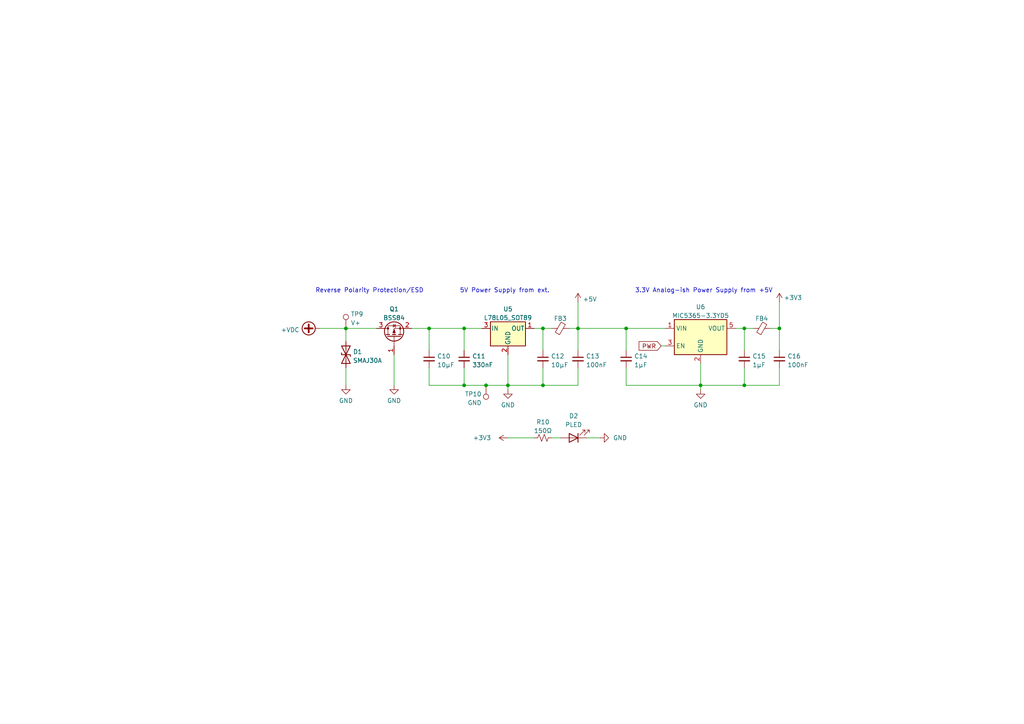
<source format=kicad_sch>
(kicad_sch (version 20211123) (generator eeschema)
  (paper "A4")
  (lib_symbols
    (symbol "Connector:TestPoint" (pin_numbers hide) (pin_names (offset 0.762) hide)
      (property "Reference" "TP" (at 0 6.858 0))
      (property "Value" "TestPoint" (at 0 5.08 0))
      (symbol "TestPoint_0_1"
        (circle (center 0 3.302) (radius 0.762))
      )
      (symbol "TestPoint_1_1"
        (pin passive line (at 0 0 90) (length 2.54) (name "1") (number "1"))
      )
    )
    (symbol "Device:C_Small" (pin_numbers hide) (pin_names (offset 0.254) hide)
      (property "Reference" "C" (at 0.254 1.778 0))
      (property "Value" "C_Small" (at 0.254 -2.032 0))
      (symbol "C_Small_0_1"
        (polyline (pts (xy -1.524 -0.508) (xy 1.524 -0.508)) (stroke (width 0.3302)))
        (polyline (pts (xy -1.524 0.508) (xy 1.524 0.508)) (stroke (width 0.3048)))
      )
      (symbol "C_Small_1_1"
        (pin passive line (at 0 2.54 270) (length 2.032) (name "~") (number "1"))
        (pin passive line (at 0 -2.54 90) (length 2.032) (name "~") (number "2"))
      )
    )
    (symbol "Device:D_TVS" (pin_numbers hide) (pin_names (offset 1.016) hide)
      (property "Reference" "D" (at 0 2.54 0))
      (property "Value" "D_TVS" (at 0 -2.54 0))
      (symbol "D_TVS_0_1"
        (polyline (pts (xy 1.27 0) (xy -1.27 0)))
        (polyline (pts (xy 0.508 1.27) (xy 0 1.27) (xy 0 -1.27) (xy -0.508 -1.27)) (stroke (width 0.254)))
        (polyline (pts (xy -2.54 1.27) (xy -2.54 -1.27) (xy 2.54 1.27) (xy 2.54 -1.27) (xy -2.54 1.27)) (stroke (width 0.254)))
      )
      (symbol "D_TVS_1_1"
        (pin passive line (at -3.81 0 0) (length 2.54) (name "A1") (number "1"))
        (pin passive line (at 3.81 0 180) (length 2.54) (name "A2") (number "2"))
      )
    )
    (symbol "Device:FerriteBead_Small" (pin_numbers hide) (pin_names (offset 0))
      (property "Reference" "FB" (at 1.905 1.27 0))
      (property "Value" "FerriteBead_Small" (at 1.905 -1.27 0))
      (symbol "FerriteBead_Small_0_1"
        (polyline (pts (xy 0 -1.27) (xy 0 -0.7874)))
        (polyline (pts (xy 0 0.889) (xy 0 1.2954)))
        (polyline (pts (xy -1.8288 0.2794) (xy -1.1176 1.4986) (xy 1.8288 -0.2032) (xy 1.1176 -1.4224) (xy -1.8288 0.2794)))
      )
      (symbol "FerriteBead_Small_1_1"
        (pin passive line (at 0 2.54 270) (length 1.27) (name "~") (number "1"))
        (pin passive line (at 0 -2.54 90) (length 1.27) (name "~") (number "2"))
      )
    )
    (symbol "Device:LED" (pin_numbers hide) (pin_names (offset 1.016) hide)
      (property "Reference" "D" (at 0 2.54 0))
      (property "Value" "LED" (at 0 -2.54 0))
      (symbol "LED_0_1"
        (polyline (pts (xy -1.27 -1.27) (xy -1.27 1.27)) (stroke (width 0.254)))
        (polyline (pts (xy -1.27 0) (xy 1.27 0)))
        (polyline (pts (xy 1.27 -1.27) (xy 1.27 1.27) (xy -1.27 0) (xy 1.27 -1.27)) (stroke (width 0.254)))
        (polyline (pts (xy -3.048 -0.762) (xy -4.572 -2.286) (xy -3.81 -2.286) (xy -4.572 -2.286) (xy -4.572 -1.524)))
        (polyline (pts (xy -1.778 -0.762) (xy -3.302 -2.286) (xy -2.54 -2.286) (xy -3.302 -2.286) (xy -3.302 -1.524)))
      )
      (symbol "LED_1_1"
        (pin passive line (at -3.81 0 0) (length 2.54) (name "K") (number "1"))
        (pin passive line (at 3.81 0 180) (length 2.54) (name "A") (number "2"))
      )
    )
    (symbol "Device:R_Small_US" (pin_numbers hide) (pin_names (offset 0.254) hide)
      (property "Reference" "R" (at 0.762 0.508 0))
      (property "Value" "R_Small_US" (at 0.762 -1.016 0))
      (symbol "R_Small_US_1_1"
        (polyline (pts (xy 0 0) (xy 1.016 -0.381) (xy 0 -0.762) (xy -1.016 -1.143) (xy 0 -1.524)))
        (polyline (pts (xy 0 1.524) (xy 1.016 1.143) (xy 0 0.762) (xy -1.016 0.381) (xy 0 0)))
        (pin passive line (at 0 2.54 270) (length 1.016) (name "~") (number "1"))
        (pin passive line (at 0 -2.54 90) (length 1.016) (name "~") (number "2"))
      )
    )
    (symbol "Regulator_Linear:L78L05_SOT89" (pin_names (offset 0.254))
      (property "Reference" "U" (at -3.81 3.175 0))
      (property "Value" "L78L05_SOT89" (at -0.635 3.175 0))
      (symbol "L78L05_SOT89_0_1"
        (rectangle (start -5.08 1.905) (end 5.08 -5.08) (stroke (width 0.254)) (fill (type background)))
      )
      (symbol "L78L05_SOT89_1_1"
        (pin power_out line (at 7.62 0 180) (length 2.54) (name "OUT") (number "1"))
        (pin power_in line (at 0 -7.62 90) (length 2.54) (name "GND") (number "2"))
        (pin power_in line (at -7.62 0 0) (length 2.54) (name "IN") (number "3"))
      )
    )
    (symbol "Regulator_Linear:MIC5365-3.3YD5"
      (property "Reference" "U" (at -7.62 6.35 0))
      (property "Value" "MIC5365-3.3YD5" (at 0 6.35 0))
      (symbol "MIC5365-3.3YD5_0_1"
        (rectangle (start -7.62 -5.08) (end 7.62 5.08) (stroke (width 0.254)) (fill (type background)))
      )
      (symbol "MIC5365-3.3YD5_1_1"
        (pin power_in line (at -10.16 2.54 0) (length 2.54) (name "VIN") (number "1"))
        (pin power_in line (at 0 -7.62 90) (length 2.54) (name "GND") (number "2"))
        (pin input line (at -10.16 -2.54 0) (length 2.54) (name "EN") (number "3"))
        (pin no_connect line (at 7.62 -2.54 180) (length 2.54) hide (name "NC") (number "4"))
        (pin power_out line (at 10.16 2.54 180) (length 2.54) (name "VOUT") (number "5"))
      )
    )
    (symbol "Transistor_FET:BSS84" (pin_names hide)
      (property "Reference" "Q" (at 5.08 1.905 0))
      (property "Value" "BSS84" (at 5.08 0 0))
      (symbol "BSS84_0_1"
        (polyline (pts (xy 0.254 0) (xy -2.54 0)))
        (polyline (pts (xy 0.254 1.905) (xy 0.254 -1.905)) (stroke (width 0.254)))
        (polyline (pts (xy 0.762 -1.27) (xy 0.762 -2.286)) (stroke (width 0.254)))
        (polyline (pts (xy 0.762 0.508) (xy 0.762 -0.508)) (stroke (width 0.254)))
        (polyline (pts (xy 0.762 2.286) (xy 0.762 1.27)) (stroke (width 0.254)))
        (polyline (pts (xy 2.54 2.54) (xy 2.54 1.778)))
        (polyline (pts (xy 2.54 -2.54) (xy 2.54 0) (xy 0.762 0)))
        (polyline (pts (xy 0.762 1.778) (xy 3.302 1.778) (xy 3.302 -1.778) (xy 0.762 -1.778)))
        (polyline (pts (xy 2.286 0) (xy 1.27 0.381) (xy 1.27 -0.381) (xy 2.286 0)) (fill (type outline)))
        (polyline (pts (xy 2.794 -0.508) (xy 2.921 -0.381) (xy 3.683 -0.381) (xy 3.81 -0.254)))
        (polyline (pts (xy 3.302 -0.381) (xy 2.921 0.254) (xy 3.683 0.254) (xy 3.302 -0.381)))
        (circle (center 1.651 0) (radius 2.794) (stroke (width 0.254)))
        (circle (center 2.54 -1.778) (radius 0.254) (fill (type outline)))
        (circle (center 2.54 1.778) (radius 0.254) (fill (type outline)))
      )
      (symbol "BSS84_1_1"
        (pin input line (at -5.08 0 0) (length 2.54) (name "G") (number "1"))
        (pin passive line (at 2.54 -5.08 90) (length 2.54) (name "S") (number "2"))
        (pin passive line (at 2.54 5.08 270) (length 2.54) (name "D") (number "3"))
      )
    )
    (symbol "power:+3.3V" (power) (pin_names (offset 0))
      (property "Value" "+3.3V" (at 0 3.556 0))
      (symbol "+3.3V_0_1"
        (polyline (pts (xy -0.762 1.27) (xy 0 2.54)))
        (polyline (pts (xy 0 0) (xy 0 2.54)))
        (polyline (pts (xy 0 2.54) (xy 0.762 1.27)))
      )
      (symbol "+3.3V_1_1"
        (pin power_in line (at 0 0 90) (length 0) hide (name "+3V3") (number "1"))
      )
    )
    (symbol "power:+5V" (power) (pin_names (offset 0))
      (property "Value" "+5V" (at 0 3.556 0))
      (symbol "+5V_0_1"
        (polyline (pts (xy -0.762 1.27) (xy 0 2.54)))
        (polyline (pts (xy 0 0) (xy 0 2.54)))
        (polyline (pts (xy 0 2.54) (xy 0.762 1.27)))
      )
      (symbol "+5V_1_1"
        (pin power_in line (at 0 0 90) (length 0) hide (name "+5V") (number "1"))
      )
    )
    (symbol "power:+VDC" (power) (pin_names (offset 0))
      (property "Value" "+VDC" (at 0 6.35 0))
      (symbol "+VDC_0_1"
        (polyline (pts (xy -1.143 3.175) (xy 1.143 3.175)) (stroke (width 0.508)))
        (polyline (pts (xy 0 0) (xy 0 1.27)))
        (polyline (pts (xy 0 2.032) (xy 0 4.318)) (stroke (width 0.508)))
        (circle (center 0 3.175) (radius 1.905) (stroke (width 0.254)))
      )
      (symbol "+VDC_1_1"
        (pin power_in line (at 0 0 90) (length 0) hide (name "+VDC") (number "1"))
      )
    )
    (symbol "power:GND" (power) (pin_names (offset 0))
      (property "Value" "GND" (at 0 -3.81 0))
      (symbol "GND_0_1"
        (polyline (pts (xy 0 0) (xy 0 -1.27) (xy 1.27 -1.27) (xy 0 -2.54) (xy -1.27 -1.27) (xy 0 -1.27)))
      )
      (symbol "GND_1_1"
        (pin power_in line (at 0 0 270) (length 0) hide (name "GND") (number "1"))
      )
    )
  )
  (junction (at 167.64 95.25))
  (junction (at 134.62 95.25))
  (junction (at 215.9 111.76))
  (junction (at 226.06 95.25))
  (junction (at 157.48 95.25))
  (junction (at 100.33 95.25))
  (junction (at 181.61 95.25))
  (junction (at 140.97 111.76))
  (junction (at 215.9 95.25))
  (junction (at 157.48 111.76))
  (junction (at 134.62 111.76))
  (junction (at 147.32 111.76))
  (junction (at 203.2 111.76))
  (junction (at 124.46 95.25))
  (wire (pts (xy 215.9 95.25) (xy 218.44 95.25)))
  (wire (pts (xy 157.48 106.68) (xy 157.48 111.76)))
  (wire (pts (xy 134.62 95.25) (xy 139.7 95.25)))
  (wire (pts (xy 181.61 95.25) (xy 193.04 95.25)))
  (wire (pts (xy 157.48 111.76) (xy 167.64 111.76)))
  (wire (pts (xy 100.33 95.25) (xy 109.22 95.25)))
  (wire (pts (xy 124.46 95.25) (xy 134.62 95.25)))
  (wire (pts (xy 147.32 102.87) (xy 147.32 111.76)))
  (wire (pts (xy 119.38 95.25) (xy 124.46 95.25)))
  (wire (pts (xy 167.64 106.68) (xy 167.64 111.76)))
  (wire (pts (xy 167.64 95.25) (xy 181.61 95.25)))
  (wire (pts (xy 203.2 113.03) (xy 203.2 111.76)))
  (wire (pts (xy 165.1 95.25) (xy 167.64 95.25)))
  (wire (pts (xy 203.2 105.41) (xy 203.2 111.76)))
  (wire (pts (xy 226.06 87.63) (xy 226.06 95.25)))
  (wire (pts (xy 124.46 111.76) (xy 134.62 111.76)))
  (wire (pts (xy 134.62 111.76) (xy 140.97 111.76)))
  (wire (pts (xy 223.52 95.25) (xy 226.06 95.25)))
  (wire (pts (xy 114.3 102.87) (xy 114.3 111.76)))
  (wire (pts (xy 215.9 111.76) (xy 226.06 111.76)))
  (wire (pts (xy 167.64 87.63) (xy 167.64 95.25)))
  (wire (pts (xy 147.32 111.76) (xy 157.48 111.76)))
  (wire (pts (xy 124.46 95.25) (xy 124.46 101.6)))
  (wire (pts (xy 147.32 113.03) (xy 147.32 111.76)))
  (wire (pts (xy 100.33 99.06) (xy 100.33 95.25)))
  (wire (pts (xy 191.77 100.33) (xy 193.04 100.33)))
  (wire (pts (xy 213.36 95.25) (xy 215.9 95.25)))
  (wire (pts (xy 124.46 106.68) (xy 124.46 111.76)))
  (wire (pts (xy 140.97 111.76) (xy 147.32 111.76)))
  (wire (pts (xy 181.61 101.6) (xy 181.61 95.25)))
  (wire (pts (xy 100.33 106.68) (xy 100.33 111.76)))
  (wire (pts (xy 157.48 95.25) (xy 157.48 101.6)))
  (wire (pts (xy 134.62 106.68) (xy 134.62 111.76)))
  (wire (pts (xy 134.62 101.6) (xy 134.62 95.25)))
  (wire (pts (xy 181.61 111.76) (xy 203.2 111.76)))
  (wire (pts (xy 160.02 127) (xy 162.56 127)))
  (wire (pts (xy 226.06 106.68) (xy 226.06 111.76)))
  (wire (pts (xy 215.9 95.25) (xy 215.9 101.6)))
  (wire (pts (xy 154.94 95.25) (xy 157.48 95.25)))
  (wire (pts (xy 157.48 95.25) (xy 160.02 95.25)))
  (wire (pts (xy 92.71 95.25) (xy 100.33 95.25)))
  (wire (pts (xy 215.9 106.68) (xy 215.9 111.76)))
  (wire (pts (xy 170.18 127) (xy 173.99 127)))
  (wire (pts (xy 203.2 111.76) (xy 215.9 111.76)))
  (wire (pts (xy 147.32 127) (xy 154.94 127)))
  (wire (pts (xy 181.61 106.68) (xy 181.61 111.76)))
  (wire (pts (xy 167.64 101.6) (xy 167.64 95.25)))
  (wire (pts (xy 226.06 95.25) (xy 226.06 101.6)))
  (text "Reverse Polarity Protection/ESD" (at 91.44 85.09 0) (effects (font (size 1.27 1.27)) (justify left bottom)))
  (text "5V Power Supply from ext." (at 133.35 85.09 0) (effects (font (size 1.27 1.27)) (justify left bottom)))
  (text "3.3V Analog-ish Power Supply from +5V\n" (at 184.15 85.09 0) (effects (font (size 1.27 1.27)) (justify left bottom)))
  (global_label "PWR" (shape input) (at 191.77 100.33 180) (property "Intersheet References" "${INTERSHEET_REFS}" (effects hide)))
  (symbol (lib_id "power:GND") (at 203.2 113.03 0) (unit 1)
    (property "Reference" "#PWR033" (effects hide))
    (property "Value" "GND" (at 203.2 117.4734 0))
  )
  (symbol (lib_id "power:+3.3V") (at 226.06 87.63 0) (unit 1)
    (property "Reference" "#PWR034" (effects hide))
    (property "Value" "+3.3V" (at 227.33 86.36 0) (effects (justify left)))
  )
  (symbol (lib_id "power:+VDC") (at 92.71 95.25 90) (unit 1)
    (property "Reference" "#PWR026" (effects hide))
    (property "Value" "+VDC" (at 86.868 95.6838 90) (effects (justify left)))
  )
  (symbol (lib_id "Device:FerriteBead_Small") (at 220.98 95.25 90) (unit 1)
    (property "Reference" "FB4" (at 220.9419 92.3854 90))
    (property "Value" "FerriteBead_Small" (effects hide))
    (property "Footprint" "Inductor_SMD:L_0603_1608Metric_Pad1.05x0.95mm_HandSolder" (effects hide))
  )
  (symbol (lib_id "power:GND") (at 100.33 111.76 0) (unit 1)
    (property "Reference" "#PWR027" (effects hide))
    (property "Value" "GND" (at 100.33 116.2034 0))
  )
  (symbol (lib_id "Device:C_Small") (at 157.48 104.14 0) (unit 1)
    (property "Reference" "C12" (at 159.8041 103.3116 0) (effects (justify left)))
    (property "Value" "10μF" (at 159.8041 105.8485 0) (effects (justify left)))
    (property "Footprint" "Capacitor_SMD:C_0805_2012Metric_Pad1.18x1.45mm_HandSolder" (effects hide))
  )
  (symbol (lib_id "Device:LED") (at 166.37 127 180) (unit 1)
    (property "Reference" "D2" (at 166.37 120.65 0))
    (property "Value" "PLED" (at 166.37 123.19 0))
    (property "Footprint" "LED_SMD:LED_0603_1608Metric_Pad1.05x0.95mm_HandSolder" (effects hide))
  )
  (symbol (lib_id "Device:C_Small") (at 215.9 104.14 0) (unit 1)
    (property "Reference" "C15" (at 218.2241 103.3116 0) (effects (justify left)))
    (property "Value" "1μF" (at 218.2241 105.8485 0) (effects (justify left)))
    (property "Footprint" "Capacitor_SMD:C_0603_1608Metric_Pad1.08x0.95mm_HandSolder" (effects hide))
  )
  (symbol (lib_id "Device:C_Small") (at 226.06 104.14 0) (unit 1)
    (property "Reference" "C16" (at 228.3841 103.3116 0) (effects (justify left)))
    (property "Value" "100nF" (at 228.3841 105.8485 0) (effects (justify left)))
    (property "Footprint" "Capacitor_SMD:C_0603_1608Metric_Pad1.08x0.95mm_HandSolder" (effects hide))
  )
  (symbol (lib_id "Device:C_Small") (at 134.62 104.14 0) (unit 1)
    (property "Reference" "C11" (at 136.9441 103.3116 0) (effects (justify left)))
    (property "Value" "330nF" (at 136.9441 105.8485 0) (effects (justify left)))
    (property "Footprint" "Capacitor_SMD:C_0805_2012Metric_Pad1.18x1.45mm_HandSolder" (effects hide))
  )
  (symbol (lib_id "Connector:TestPoint") (at 140.97 111.76 180) (unit 1)
    (property "Reference" "TP10" (at 139.7 114.3 0) (effects (justify left)))
    (property "Value" "GND" (at 139.7 116.84 0) (effects (justify left)))
    (property "Footprint" "TestPoint:TestPoint_Pad_1.5x1.5mm" (effects hide))
  )
  (symbol (lib_id "power:GND") (at 173.99 127 90) (unit 1)
    (property "Reference" "#PWR032" (effects hide))
    (property "Value" "GND" (at 177.8 127 90) (effects (justify right)))
  )
  (symbol (lib_id "Connector:TestPoint") (at 100.33 95.25 0) (unit 1)
    (property "Reference" "TP9" (at 101.727 91.1133 0) (effects (justify left)))
    (property "Value" "V+" (at 101.727 93.6502 0) (effects (justify left)))
    (property "Footprint" "TestPoint:TestPoint_Pad_1.5x1.5mm" (effects hide))
  )
  (symbol (lib_id "Device:C_Small") (at 167.64 104.14 0) (unit 1)
    (property "Reference" "C13" (at 169.9641 103.3116 0) (effects (justify left)))
    (property "Value" "100nF" (at 169.9641 105.8485 0) (effects (justify left)))
    (property "Footprint" "Capacitor_SMD:C_0603_1608Metric_Pad1.08x0.95mm_HandSolder" (effects hide))
  )
  (symbol (lib_id "Regulator_Linear:L78L05_SOT89") (at 147.32 95.25 0) (unit 1)
    (property "Reference" "U5" (at 147.32 89.6452 0))
    (property "Value" "L78L05_SOT89" (at 147.32 92.1821 0))
    (property "Footprint" "Package_TO_SOT_SMD:SOT-89-3" (effects hide))
    (property "Datasheet" "http://www.st.com/content/ccc/resource/technical/document/datasheet/15/55/e5/aa/23/5b/43/fd/CD00000446.pdf/files/CD00000446.pdf/jcr:content/translations/en.CD00000446.pdf" (effects hide))
  )
  (symbol (lib_id "Regulator_Linear:MIC5365-3.3YD5") (at 203.2 97.79 0) (unit 1)
    (property "Reference" "U6" (at 203.2 89.0102 0))
    (property "Value" "MIC5365-3.3YD5" (at 203.2 91.5471 0))
    (property "Footprint" "Package_TO_SOT_SMD:SOT-23-5_HandSoldering" (effects hide))
    (property "Datasheet" "http://ww1.microchip.com/downloads/en/DeviceDoc/mic5365.pdf" (effects hide))
  )
  (symbol (lib_id "power:GND") (at 114.3 111.76 0) (unit 1)
    (property "Reference" "#PWR028" (effects hide))
    (property "Value" "GND" (at 114.3 116.2034 0))
  )
  (symbol (lib_id "power:+3.3V") (at 147.32 127 90) (unit 1)
    (property "Reference" "#PWR030" (effects hide))
    (property "Value" "+3.3V" (at 137.16 127 90) (effects (justify right)))
  )
  (symbol (lib_id "Transistor_FET:BSS84") (at 114.3 97.79 90) (unit 1)
    (property "Reference" "Q1" (at 114.3 89.6452 90))
    (property "Value" "BSS84" (at 114.3 92.1821 90))
    (property "Footprint" "Package_TO_SOT_SMD:SOT-23" (effects hide))
    (property "Datasheet" "http://assets.nexperia.com/documents/data-sheet/BSS84.pdf" (effects hide))
  )
  (symbol (lib_id "power:GND") (at 147.32 113.03 0) (unit 1)
    (property "Reference" "#PWR029" (effects hide))
    (property "Value" "GND" (at 147.32 117.4734 0))
  )
  (symbol (lib_id "Device:FerriteBead_Small") (at 162.56 95.25 90) (unit 1)
    (property "Reference" "FB3" (at 162.5219 92.3854 90))
    (property "Value" "FerriteBead_Small" (effects hide))
    (property "Footprint" "Inductor_SMD:L_0603_1608Metric_Pad1.05x0.95mm_HandSolder" (effects hide))
  )
  (symbol (lib_id "Device:R_Small_US") (at 157.48 127 90) (unit 1)
    (property "Reference" "R10" (at 157.48 122.4112 90))
    (property "Value" "150Ω" (at 157.48 124.9481 90))
    (property "Footprint" "Resistor_SMD:R_0603_1608Metric_Pad0.98x0.95mm_HandSolder" (effects hide))
  )
  (symbol (lib_id "Device:C_Small") (at 124.46 104.14 0) (unit 1)
    (property "Reference" "C10" (at 126.7841 103.3116 0) (effects (justify left)))
    (property "Value" "10μF" (at 126.7841 105.8485 0) (effects (justify left)))
    (property "Footprint" "Capacitor_SMD:C_0805_2012Metric_Pad1.18x1.45mm_HandSolder" (effects hide))
  )
  (symbol (lib_id "Device:C_Small") (at 181.61 104.14 0) (unit 1)
    (property "Reference" "C14" (at 183.9341 103.3116 0) (effects (justify left)))
    (property "Value" "1μF" (at 183.9341 105.8485 0) (effects (justify left)))
    (property "Footprint" "Capacitor_SMD:C_0603_1608Metric_Pad1.08x0.95mm_HandSolder" (effects hide))
  )
  (symbol (lib_id "Device:D_TVS") (at 100.33 102.87 90) (unit 1)
    (property "Reference" "D1" (at 102.362 102.0353 90) (effects (justify right)))
    (property "Value" "SMAJ30A" (at 102.362 104.5722 90) (effects (justify right)))
    (property "Footprint" "Diode_SMD:D_SMA" (effects hide))
  )
  (symbol (lib_id "power:+5V") (at 167.64 87.63 0) (unit 1)
    (property "Reference" "#PWR031" (effects hide))
    (property "Value" "+5V" (at 169.037 86.7938 0) (effects (justify left)))
  )
)
</source>
